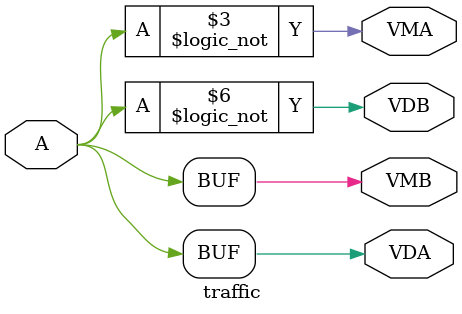
<source format=sv>
module traffic (
    input logic A,
    output logic VDA, VMA, VDB, VMB
);
    always_comb VDA <= A;
    always_comb VMA <= !A;
    always_comb VMB <= A;
    always_comb VDB <= !A;
endmodule

// module traffic (
//     input logic A, B,
//     output logic VMA, VDA, VMB, VDB
// );
//     assign {VMA, VDA, VMB, VDB} = (A) ? 4'b0110 : 4'b1001;
// endmodule
</source>
